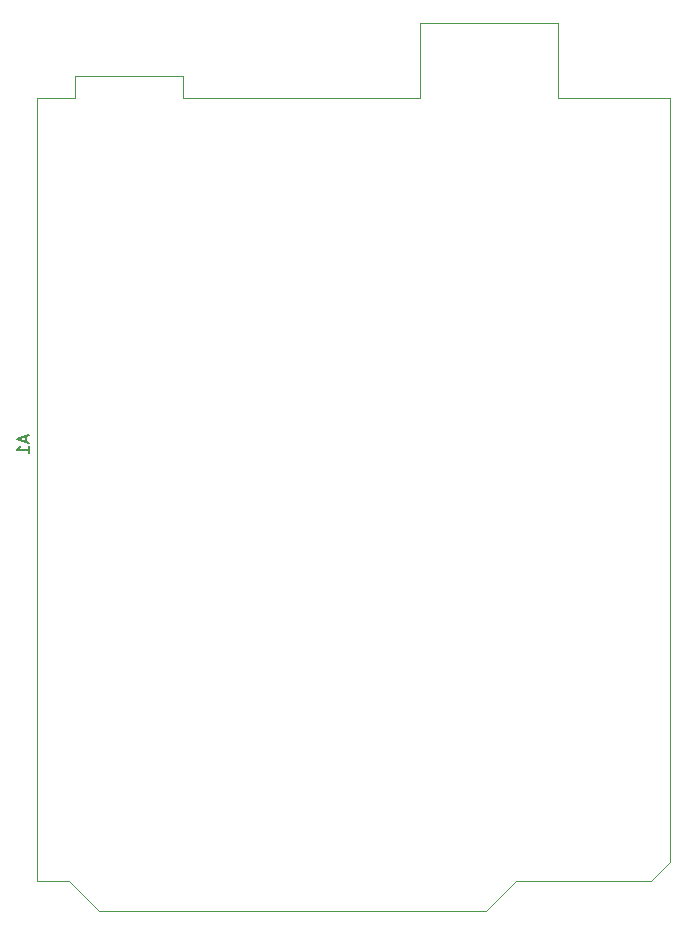
<source format=gbr>
%TF.GenerationSoftware,KiCad,Pcbnew,(6.0.7)*%
%TF.CreationDate,2023-06-18T21:31:42-04:00*%
%TF.ProjectId,MIDI_Arduino_shield,4d494449-5f41-4726-9475-696e6f5f7368,rev?*%
%TF.SameCoordinates,Original*%
%TF.FileFunction,Legend,Bot*%
%TF.FilePolarity,Positive*%
%FSLAX46Y46*%
G04 Gerber Fmt 4.6, Leading zero omitted, Abs format (unit mm)*
G04 Created by KiCad (PCBNEW (6.0.7)) date 2023-06-18 21:31:42*
%MOMM*%
%LPD*%
G01*
G04 APERTURE LIST*
%ADD10C,0.150000*%
%ADD11C,0.120000*%
G04 APERTURE END LIST*
D10*
%TO.C,A1*%
X121451666Y-84883714D02*
X121451666Y-85359904D01*
X121737380Y-84788476D02*
X120737380Y-85121809D01*
X121737380Y-85455142D01*
X121737380Y-86312285D02*
X121737380Y-85740857D01*
X121737380Y-86026571D02*
X120737380Y-86026571D01*
X120880238Y-85931333D01*
X120975476Y-85836095D01*
X121023095Y-85740857D01*
D11*
X134745000Y-54358000D02*
X134745000Y-56258000D01*
X125095000Y-122558000D02*
X122425000Y-122558000D01*
X125605000Y-56258000D02*
X125605000Y-54358000D01*
X166495000Y-56258000D02*
X176025000Y-56258000D01*
X166495000Y-49908000D02*
X166495000Y-56258000D01*
X160405000Y-125098000D02*
X127635000Y-125098000D01*
X154815000Y-49908000D02*
X166495000Y-49908000D01*
X162945000Y-122558000D02*
X160405000Y-125098000D01*
X122425000Y-56258000D02*
X125605000Y-56258000D01*
X174375000Y-122558000D02*
X162945000Y-122558000D01*
X134745000Y-56258000D02*
X154815000Y-56258000D01*
X176025000Y-56258000D02*
X176025000Y-120908000D01*
X125605000Y-54358000D02*
X134745000Y-54358000D01*
X176025000Y-120908000D02*
X174375000Y-122558000D01*
X154815000Y-56258000D02*
X154815000Y-49908000D01*
X127635000Y-125098000D02*
X125095000Y-122558000D01*
X122425000Y-122558000D02*
X122425000Y-56258000D01*
%TD*%
M02*

</source>
